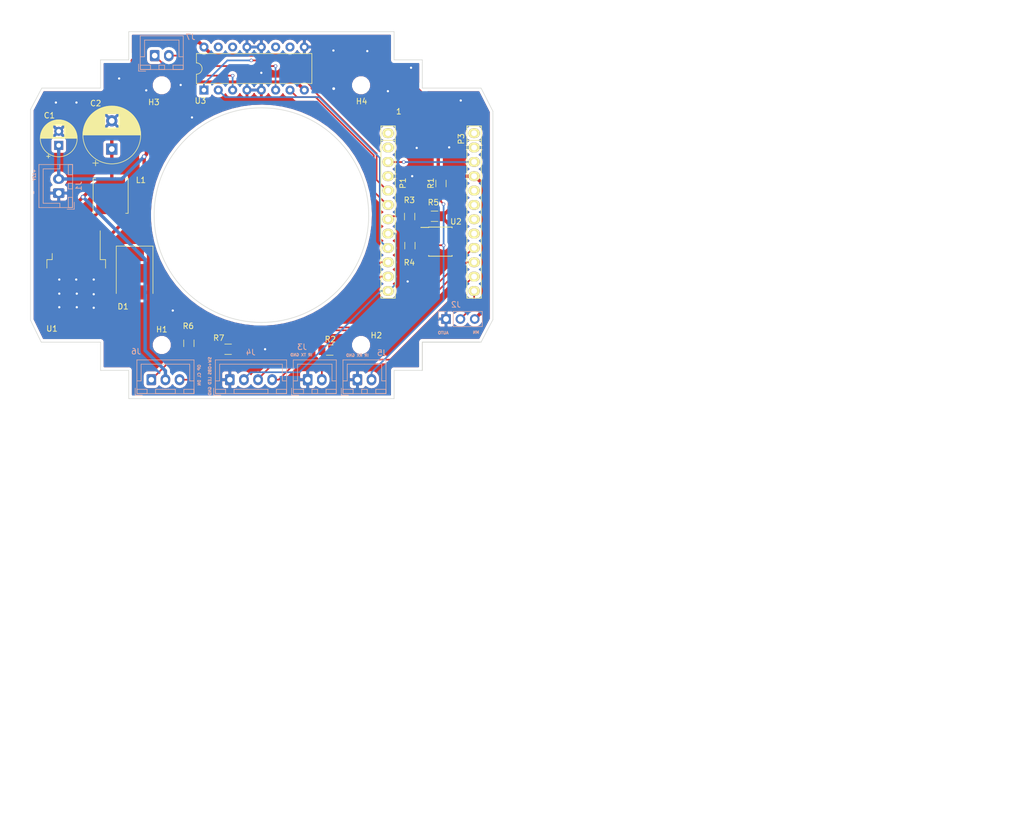
<source format=kicad_pcb>
(kicad_pcb (version 20171130) (host pcbnew 5.0.2-bee76a0~70~ubuntu18.04.1)
  (title_block (date "jeu. 02 avril 2015"))
  (layers (0 F.Cu signal) (31 B.Cu signal) (34 B.Paste user) (35 F.Paste user) (36 B.SilkS user) (37 F.SilkS user) (38 B.Mask user) (39 F.Mask user) (44 Edge.Cuts user))
  (net 0 "")
  (net 1 "/1(Tx)")
  (net 2 "/0(Rx)")
  (net 3 /Reset)
  (net 4 GND)
  (net 5 /2)
  (net 6 /4)
  (net 7 /7)
  (net 8 /8)
  (net 9 +5V)
  (net 10 +12V)
  (net 11 "Net-(D1-Pad1)")
  (net 12 "Net-(J3-Pad2)")
  (net 13 /13)
  (net 14 "Net-(J5-Pad2)")
  (net 15 /6)
  (net 16 /3)
  (net 17 "Net-(J7-Pad2)")
  (net 18 "Net-(J7-Pad1)")
  (net 19 /10)
  (net 20 /11)
  (net 21 /12)
  (net 22 "Net-(R3-Pad2)")
  (net 23 /5)
  (module Connector_JST:JST_XH_B02B-XH-A_1x02_P2.50mm_Vertical (layer B.Cu) (at 120 37.15)
    (fp_text reference J7 (at 6.35 -3.3) (layer B.SilkS) (effects (justify mirror)))
    (fp_text value JST_XH_2pin)
    (pad 1 thru_hole roundrect (at 0 0) (size 1.7 2) (drill 1) (layers *.Cu *.Mask) (roundrect_rratio 0.147059) (net 18 "Net-(J7-Pad1)"))
    (pad 2 thru_hole oval (at 2.5 0) (size 1.7 2) (drill 1) (layers *.Cu *.Mask) (net 17 "Net-(J7-Pad2)"))
  )
  (module Connector_JST:JST_XH_B02B-XH-A_1x02_P2.50mm_Vertical (layer B.Cu) (at 103 61.5 90)
    (fp_text reference J1 (at 1.25 3.55 90) (layer B.SilkS) (effects (justify mirror)))
    (fp_text value JST_XH_2pin)
    (pad 1 thru_hole roundrect (at 0 0 90) (size 1.7 2) (drill 1) (layers *.Cu *.Mask) (roundrect_rratio 0.147059) (net 4 GND))
    (pad 2 thru_hole oval (at 2.5 0 90) (size 1.7 2) (drill 1) (layers *.Cu *.Mask) (net 10 +12V))
  )
  (module Connector_JST:JST_XH_B02B-XH-A_1x02_P2.50mm_Vertical (layer B.Cu) (at 155.9 94.55)
    (fp_text reference J5 (at 4.35 -4.75) (layer B.SilkS) (effects (justify mirror)))
    (fp_text value JST_XH_2pin)
    (pad 2 thru_hole oval (at 2.5 0) (size 1.7 2) (drill 1) (layers *.Cu *.Mask) (net 14 "Net-(J5-Pad2)"))
    (pad 1 thru_hole roundrect (at 0 0) (size 1.7 2) (drill 1) (layers *.Cu *.Mask) (roundrect_rratio 0.147059) (net 4 GND))
  )
  (module Connector_JST:JST_XH_B02B-XH-A_1x02_P2.50mm_Vertical (layer B.Cu) (at 147.1 94.55)
    (fp_text reference J3 (at -1 -5.8) (layer B.SilkS) (effects (justify mirror)))
    (fp_text value JST_XH_2pin)
    (pad 2 thru_hole oval (at 2.5 0) (size 1.7 2) (drill 1) (layers *.Cu *.Mask) (net 12 "Net-(J3-Pad2)"))
    (pad 1 thru_hole roundrect (at 0 0) (size 1.7 2) (drill 1) (layers *.Cu *.Mask) (roundrect_rratio 0.147059) (net 4 GND))
  )
  (module Connector_JST:JST_XH_B04B-XH-A_1x04_P2.50mm_Vertical (layer B.Cu) (at 133.3 94.55)
    (fp_text reference J4 (at 3.7 -4.85) (layer B.SilkS) (effects (justify mirror)))
    (fp_text value JST_XH_4pin)
    (pad 4 thru_hole oval (at 7.5 0) (size 1.7 1.95) (drill 0.95) (layers *.Cu *.Mask) (net 21 /12))
    (pad 3 thru_hole oval (at 5 0) (size 1.7 1.95) (drill 0.95) (layers *.Cu *.Mask) (net 13 /13))
    (pad 2 thru_hole oval (at 2.5 0) (size 1.7 1.95) (drill 0.95) (layers *.Cu *.Mask) (net 23 /5))
    (pad 1 thru_hole roundrect (at 0 0) (size 1.7 1.95) (drill 0.95) (layers *.Cu *.Mask) (roundrect_rratio 0.147059) (net 4 GND))
  )
  (module Package_DIP:DIP-16_W7.62mm (layer F.Cu) (at 128.72 43.25 90)
    (fp_text reference U3 (at -1.9 -0.62 180) (layer F.SilkS))
    (fp_text value L293D)
    (pad 1 thru_hole rect (at 0 0 90) (size 1.6 1.6) (drill 0.8) (layers *.Cu *.Mask) (net 5 /2))
    (pad 9 thru_hole oval (at 7.62 17.78 90) (size 1.6 1.6) (drill 0.8) (layers *.Cu *.Mask) (net 4 GND))
    (pad 2 thru_hole oval (at 0 2.54 90) (size 1.6 1.6) (drill 0.8) (layers *.Cu *.Mask) (net 15 /6))
    (pad 10 thru_hole oval (at 7.62 15.24 90) (size 1.6 1.6) (drill 0.8) (layers *.Cu *.Mask))
    (pad 3 thru_hole oval (at 0 5.08 90) (size 1.6 1.6) (drill 0.8) (layers *.Cu *.Mask) (net 18 "Net-(J7-Pad1)"))
    (pad 11 thru_hole oval (at 7.62 12.7 90) (size 1.6 1.6) (drill 0.8) (layers *.Cu *.Mask))
    (pad 4 thru_hole oval (at 0 7.62 90) (size 1.6 1.6) (drill 0.8) (layers *.Cu *.Mask) (net 4 GND))
    (pad 12 thru_hole oval (at 7.62 10.16 90) (size 1.6 1.6) (drill 0.8) (layers *.Cu *.Mask) (net 4 GND))
    (pad 5 thru_hole oval (at 0 10.16 90) (size 1.6 1.6) (drill 0.8) (layers *.Cu *.Mask) (net 4 GND))
    (pad 13 thru_hole oval (at 7.62 7.62 90) (size 1.6 1.6) (drill 0.8) (layers *.Cu *.Mask) (net 4 GND))
    (pad 6 thru_hole oval (at 0 12.7 90) (size 1.6 1.6) (drill 0.8) (layers *.Cu *.Mask) (net 17 "Net-(J7-Pad2)"))
    (pad 14 thru_hole oval (at 7.62 5.08 90) (size 1.6 1.6) (drill 0.8) (layers *.Cu *.Mask))
    (pad 7 thru_hole oval (at 0 15.24 90) (size 1.6 1.6) (drill 0.8) (layers *.Cu *.Mask) (net 16 /3))
    (pad 15 thru_hole oval (at 7.62 2.54 90) (size 1.6 1.6) (drill 0.8) (layers *.Cu *.Mask))
    (pad 8 thru_hole oval (at 0 17.78 90) (size 1.6 1.6) (drill 0.8) (layers *.Cu *.Mask) (net 10 +12V))
    (pad 16 thru_hole oval (at 7.62 0 90) (size 1.6 1.6) (drill 0.8) (layers *.Cu *.Mask) (net 9 +5V))
  )
  (module Socket_Arduino_Pro_Mini:Socket_Strip_Arduino_1x12 (layer F.Cu) (at 161.33 50.89 270)
    (fp_text reference P1 (at 8.86 -2.62 270) (layer F.SilkS))
    (fp_text value Female_Header_12pin)
    (pad 1 thru_hole oval (at 0 0 270) (size 1.7272 2.032) (drill 1.016) (layers *.Cu *.Mask F.SilkS) (net 1 "/1(Tx)"))
    (pad 2 thru_hole oval (at 2.54 0 270) (size 1.7272 2.032) (drill 1.016) (layers *.Cu *.Mask F.SilkS) (net 2 "/0(Rx)"))
    (pad 3 thru_hole oval (at 5.08 0 270) (size 1.7272 2.032) (drill 1.016) (layers *.Cu *.Mask F.SilkS) (net 3 /Reset))
    (pad 4 thru_hole oval (at 7.62 0 270) (size 1.7272 2.032) (drill 1.016) (layers *.Cu *.Mask F.SilkS) (net 4 GND))
    (pad 5 thru_hole oval (at 10.16 0 270) (size 1.7272 2.032) (drill 1.016) (layers *.Cu *.Mask F.SilkS) (net 5 /2))
    (pad 6 thru_hole oval (at 12.7 0 270) (size 1.7272 2.032) (drill 1.016) (layers *.Cu *.Mask F.SilkS) (net 16 /3))
    (pad 7 thru_hole oval (at 15.24 0 270) (size 1.7272 2.032) (drill 1.016) (layers *.Cu *.Mask F.SilkS) (net 6 /4))
    (pad 8 thru_hole oval (at 17.78 0 270) (size 1.7272 2.032) (drill 1.016) (layers *.Cu *.Mask F.SilkS) (net 23 /5))
    (pad 9 thru_hole oval (at 20.32 0 270) (size 1.7272 2.032) (drill 1.016) (layers *.Cu *.Mask F.SilkS) (net 15 /6))
    (pad 10 thru_hole oval (at 22.86 0 270) (size 1.7272 2.032) (drill 1.016) (layers *.Cu *.Mask F.SilkS) (net 7 /7))
    (pad 11 thru_hole oval (at 25.4 0 270) (size 1.7272 2.032) (drill 1.016) (layers *.Cu *.Mask F.SilkS) (net 8 /8))
    (pad 12 thru_hole oval (at 27.94 0 270) (size 1.7272 2.032) (drill 1.016) (layers *.Cu *.Mask F.SilkS) (net 23 /5))
  )
  (module Socket_Arduino_Pro_Mini:Socket_Strip_Arduino_1x12 (layer F.Cu) (at 176.57 50.89 270)
    (fp_text reference P3 (at 1.016 2.286 270) (layer F.SilkS))
    (fp_text value Female_Header_12pin)
    (pad 1 thru_hole oval (at 0 0 270) (size 1.7272 2.032) (drill 1.016) (layers *.Cu *.Mask F.SilkS))
    (pad 2 thru_hole oval (at 2.54 0 270) (size 1.7272 2.032) (drill 1.016) (layers *.Cu *.Mask F.SilkS) (net 4 GND))
    (pad 3 thru_hole oval (at 5.08 0 270) (size 1.7272 2.032) (drill 1.016) (layers *.Cu *.Mask F.SilkS) (net 3 /Reset))
    (pad 4 thru_hole oval (at 7.62 0 270) (size 1.7272 2.032) (drill 1.016) (layers *.Cu *.Mask F.SilkS) (net 9 +5V))
    (pad 5 thru_hole oval (at 10.16 0 270) (size 1.7272 2.032) (drill 1.016) (layers *.Cu *.Mask F.SilkS))
    (pad 6 thru_hole oval (at 12.7 0 270) (size 1.7272 2.032) (drill 1.016) (layers *.Cu *.Mask F.SilkS))
    (pad 7 thru_hole oval (at 15.24 0 270) (size 1.7272 2.032) (drill 1.016) (layers *.Cu *.Mask F.SilkS))
    (pad 8 thru_hole oval (at 17.78 0 270) (size 1.7272 2.032) (drill 1.016) (layers *.Cu *.Mask F.SilkS))
    (pad 9 thru_hole oval (at 20.32 0 270) (size 1.7272 2.032) (drill 1.016) (layers *.Cu *.Mask F.SilkS) (net 13 /13))
    (pad 10 thru_hole oval (at 22.86 0 270) (size 1.7272 2.032) (drill 1.016) (layers *.Cu *.Mask F.SilkS) (net 21 /12))
    (pad 11 thru_hole oval (at 25.4 0 270) (size 1.7272 2.032) (drill 1.016) (layers *.Cu *.Mask F.SilkS) (net 20 /11))
    (pad 12 thru_hole oval (at 27.94 0 270) (size 1.7272 2.032) (drill 1.016) (layers *.Cu *.Mask F.SilkS) (net 19 /10))
  )
  (module Package_SO:SOIC-8_3.9x4.9mm_P1.27mm (layer F.Cu) (at 170.6 70.1)
    (fp_text reference U2 (at 2.75 -3.55) (layer F.SilkS))
    (fp_text value LM393)
    (pad 1 smd rect (at -2.7 -1.905) (size 1.55 0.6) (layers F.Cu F.Paste F.Mask) (net 6 /4))
    (pad 2 smd rect (at -2.7 -0.635) (size 1.55 0.6) (layers F.Cu F.Paste F.Mask) (net 22 "Net-(R3-Pad2)"))
    (pad 3 smd rect (at -2.7 0.635) (size 1.55 0.6) (layers F.Cu F.Paste F.Mask) (net 14 "Net-(J5-Pad2)"))
    (pad 4 smd rect (at -2.7 1.905) (size 1.55 0.6) (layers F.Cu F.Paste F.Mask) (net 4 GND))
    (pad 5 smd rect (at 2.7 1.905) (size 1.55 0.6) (layers F.Cu F.Paste F.Mask) (net 4 GND))
    (pad 6 smd rect (at 2.7 0.635) (size 1.55 0.6) (layers F.Cu F.Paste F.Mask) (net 4 GND))
    (pad 7 smd rect (at 2.7 -0.635) (size 1.55 0.6) (layers F.Cu F.Paste F.Mask))
    (pad 8 smd rect (at 2.7 -1.905) (size 1.55 0.6) (layers F.Cu F.Paste F.Mask) (net 9 +5V))
  )
  (module Package_TO_SOT_SMD:TO-263-5_TabPin3 (layer F.Cu) (at 106.1 76.235 270)
    (fp_text reference U1 (at 9.275 4.3) (layer F.SilkS))
    (fp_text value LM2576R-5.0)
    (pad 1 smd rect (at -5.775 -3.4 270) (size 4.6 1.1) (layers F.Cu F.Paste F.Mask) (net 10 +12V))
    (pad 2 smd rect (at -5.775 -1.7 270) (size 4.6 1.1) (layers F.Cu F.Paste F.Mask) (net 11 "Net-(D1-Pad1)"))
    (pad 3 smd rect (at -5.775 0 270) (size 4.6 1.1) (layers F.Cu F.Paste F.Mask) (net 4 GND))
    (pad 4 smd rect (at -5.775 1.7 270) (size 4.6 1.1) (layers F.Cu F.Paste F.Mask) (net 9 +5V))
    (pad 5 smd rect (at -5.775 3.4 270) (size 4.6 1.1) (layers F.Cu F.Paste F.Mask) (net 4 GND))
    (pad 3 smd rect (at 3.375 0 270) (size 9.4 10.8) (layers F.Cu F.Mask) (net 4 GND))
  )
  (module Connector_PinHeader_2.54mm:PinHeader_1x03_P2.54mm_Vertical (layer B.Cu) (at 171.6 83.8 270)
    (fp_text reference J2 (at -2.55 -1.75 180) (layer B.SilkS) (effects (justify mirror)))
    (fp_text value Header_3pin_Male)
    (pad 1 thru_hole rect (at 0 0 270) (size 1.7 1.7) (drill 1) (layers *.Cu *.Mask) (net 4 GND))
    (pad 2 thru_hole oval (at 0 -2.54 270) (size 1.7 1.7) (drill 1) (layers *.Cu *.Mask) (net 19 /10))
    (pad 3 thru_hole oval (at 0 -5.08 270) (size 1.7 1.7) (drill 1) (layers *.Cu *.Mask) (net 9 +5V))
  )
  (module Inductor_SMD:L_Bourns_SRN6045TA (layer F.Cu) (at 112.2 61.975 90)
    (fp_text reference L1 (at 2.775 5.35 180) (layer F.SilkS))
    (fp_text value SRN6045-101M)
    (pad 1 smd rect (at -2.075 0 90) (size 2.35 5.1) (layers F.Cu F.Paste F.Mask) (net 11 "Net-(D1-Pad1)"))
    (pad 2 smd rect (at 2.075 0 90) (size 2.35 5.1) (layers F.Cu F.Paste F.Mask) (net 9 +5V))
  )
  (module Resistor_SMD:R_1206_3216Metric (layer F.Cu) (at 170.7 59.8 270)
    (fp_text reference R1 (at -0.05 1.8 270) (layer F.SilkS))
    (fp_text value 60K)
    (pad 1 smd roundrect (at -1.4 0 270) (size 1.25 1.75) (layers F.Cu F.Paste F.Mask) (roundrect_rratio 0.2) (net 9 +5V))
    (pad 2 smd roundrect (at 1.4 0 270) (size 1.25 1.75) (layers F.Cu F.Paste F.Mask) (roundrect_rratio 0.2) (net 14 "Net-(J5-Pad2)"))
  )
  (module Resistor_SMD:R_1206_3216Metric (layer F.Cu) (at 151 89.3 180)
    (fp_text reference R2 (at -0.1 1.9 180) (layer F.SilkS))
    (fp_text value 150R)
    (pad 2 smd roundrect (at 1.4 0 180) (size 1.25 1.75) (layers F.Cu F.Paste F.Mask) (roundrect_rratio 0.2) (net 12 "Net-(J3-Pad2)"))
    (pad 1 smd roundrect (at -1.4 0 180) (size 1.25 1.75) (layers F.Cu F.Paste F.Mask) (roundrect_rratio 0.2) (net 20 /11))
  )
  (module Resistor_SMD:R_1206_3216Metric (layer F.Cu) (at 165.15 65.65 270)
    (fp_text reference R3 (at -2.9 0.05) (layer F.SilkS))
    (fp_text value 100K)
    (pad 2 smd roundrect (at 1.4 0 270) (size 1.25 1.75) (layers F.Cu F.Paste F.Mask) (roundrect_rratio 0.2) (net 22 "Net-(R3-Pad2)"))
    (pad 1 smd roundrect (at -1.4 0 270) (size 1.25 1.75) (layers F.Cu F.Paste F.Mask) (roundrect_rratio 0.2) (net 9 +5V))
  )
  (module Resistor_SMD:R_1206_3216Metric (layer F.Cu) (at 165.2 70.8 270)
    (fp_text reference R4 (at 3 0.1) (layer F.SilkS))
    (fp_text value 100K)
    (pad 1 smd roundrect (at -1.4 0 270) (size 1.25 1.75) (layers F.Cu F.Paste F.Mask) (roundrect_rratio 0.2) (net 22 "Net-(R3-Pad2)"))
    (pad 2 smd roundrect (at 1.4 0 270) (size 1.25 1.75) (layers F.Cu F.Paste F.Mask) (roundrect_rratio 0.2) (net 4 GND))
  )
  (module Resistor_SMD:R_1206_3216Metric (layer F.Cu) (at 126.05 88.1 90)
    (fp_text reference R6 (at 3.05 -0.1 180) (layer F.SilkS))
    (fp_text value 100K)
    (pad 2 smd roundrect (at 1.4 0 90) (size 1.25 1.75) (layers F.Cu F.Paste F.Mask) (roundrect_rratio 0.2) (net 4 GND))
    (pad 1 smd roundrect (at -1.4 0 90) (size 1.25 1.75) (layers F.Cu F.Paste F.Mask) (roundrect_rratio 0.2) (net 7 /7))
  )
  (module Resistor_SMD:R_1206_3216Metric (layer F.Cu) (at 133 89.15)
    (fp_text reference R7 (at -1.65 -2) (layer F.SilkS))
    (fp_text value 100K)
    (pad 1 smd roundrect (at -1.4 0) (size 1.25 1.75) (layers F.Cu F.Paste F.Mask) (roundrect_rratio 0.2) (net 8 /8))
    (pad 2 smd roundrect (at 1.4 0) (size 1.25 1.75) (layers F.Cu F.Paste F.Mask) (roundrect_rratio 0.2) (net 4 GND))
  )
  (module Capacitor_THT:CP_Radial_D6.3mm_P2.50mm (layer F.Cu) (at 103 53.05 90)
    (fp_text reference C1 (at 5.3 -1.65 180) (layer F.SilkS))
    (fp_text value 100uF,25V)
    (pad 1 thru_hole rect (at 0 0 90) (size 1.6 1.6) (drill 0.8) (layers *.Cu *.Mask) (net 10 +12V))
    (pad 2 thru_hole circle (at 2.5 0 90) (size 1.6 1.6) (drill 0.8) (layers *.Cu *.Mask) (net 4 GND))
  )
  (module Capacitor_THT:CP_Radial_D10.0mm_P5.00mm (layer F.Cu) (at 112.4 53.7 90)
    (fp_text reference C2 (at 8.1 -2.85 180) (layer F.SilkS))
    (fp_text value 1000uF,16V)
    (pad 1 thru_hole rect (at 0 0 90) (size 2 2) (drill 1) (layers *.Cu *.Mask) (net 9 +5V))
    (pad 2 thru_hole circle (at 5 0 90) (size 2 2) (drill 1) (layers *.Cu *.Mask) (net 4 GND))
  )
  (module Diode_SMD:D_SMC (layer F.Cu) (at 116.44 75.69 270)
    (fp_text reference D1 (at 5.9 2.05) (layer F.SilkS))
    (fp_text value SS34)
    (pad 1 smd rect (at -3.4 0) (size 3.3 2.5) (layers F.Cu F.Paste F.Mask) (net 11 "Net-(D1-Pad1)"))
    (pad 2 smd rect (at 3.4 0) (size 3.3 2.5) (layers F.Cu F.Paste F.Mask) (net 4 GND))
  )
  (module Connector_JST:JST_XH_B03B-XH-A_1x03_P2.50mm_Vertical (layer B.Cu) (at 119.4 94.55)
    (fp_text reference J6 (at -2.7 -5) (layer B.SilkS) (effects (justify mirror)))
    (fp_text value JST_XH_3pin)
    (pad 1 thru_hole roundrect (at 0 0) (size 1.7 1.95) (drill 0.95) (layers *.Cu *.Mask) (roundrect_rratio 0.147059) (net 7 /7))
    (pad 2 thru_hole oval (at 2.5 0) (size 1.7 1.95) (drill 0.95) (layers *.Cu *.Mask) (net 9 +5V))
    (pad 3 thru_hole oval (at 5 0) (size 1.7 1.95) (drill 0.95) (layers *.Cu *.Mask) (net 8 /8))
  )
  (module Resistor_SMD:R_1206_3216Metric (layer F.Cu) (at 169.55 65.6 180)
    (fp_text reference R5 (at 0.2 2.45 180) (layer F.SilkS))
    (fp_text value 10K)
    (pad 1 smd roundrect (at -1.4 0 180) (size 1.25 1.75) (layers F.Cu F.Paste F.Mask) (roundrect_rratio 0.2) (net 9 +5V))
    (pad 2 smd roundrect (at 1.4 0 180) (size 1.25 1.75) (layers F.Cu F.Paste F.Mask) (roundrect_rratio 0.2) (net 6 /4))
  )
  (module MountingHole:MountingHole_2.2mm_M2_ISO7380 (layer F.Cu) (at 121.25 88.4)
    (fp_text reference H1 (at 0 -2.75) (layer F.SilkS))
    (fp_text value MountingHole)
    (pad 1 np_thru_hole circle (at 0 0) (size 2.2 2.2) (drill 2.2) (layers *.Cu *.Mask))
  )
  (module MountingHole:MountingHole_2.2mm_M2_ISO7380 (layer F.Cu) (at 156.55 88.4)
    (fp_text reference H2 (at 2.7 -1.7) (layer F.SilkS))
    (fp_text value MountingHole)
    (pad 1 np_thru_hole circle (at 0 0) (size 2.2 2.2) (drill 2.2) (layers *.Cu *.Mask))
  )
  (module MountingHole:MountingHole_2.2mm_M2_ISO7380 (layer F.Cu) (at 121.25 42.4)
    (fp_text reference H3 (at -1.4 3) (layer F.SilkS))
    (fp_text value MountingHole)
    (pad 1 np_thru_hole circle (at 0 0) (size 2.2 2.2) (drill 2.2) (layers *.Cu *.Mask))
  )
  (module MountingHole:MountingHole_2.2mm_M2_ISO7380 (layer F.Cu) (at 156.55 42.4)
    (fp_text reference H4 (at 0.1 2.85) (layer F.SilkS))
    (fp_text value MountingHole)
    (pad 1 np_thru_hole circle (at 0 0) (size 2.2 2.2) (drill 2.2) (layers *.Cu *.Mask))
  )
  (gr_text AUTO (at 171.1 86.24) (layer B.SilkS) (effects (font (size 0.5 0.5) (thickness 0.125)) (justify mirror)))
  (gr_text MN (at 176.9 86.16) (layer B.SilkS) (effects (font (size 0.5 0.5) (thickness 0.125)) (justify mirror)))
  (gr_text "IR RX GND" (at 155.9 90.23) (layer B.SilkS) (effects (font (size 0.5 0.5) (thickness 0.125)) (justify mirror)))
  (gr_text "IR TX GND" (at 145.97 90.15) (layer B.SilkS) (effects (font (size 0.5 0.5) (thickness 0.125)) (justify mirror)))
  (gr_text "SW+OBS LED GND" (at 129.76 93.91 90) (layer B.SilkS) (effects (font (size 0.5 0.5) (thickness 0.125)) (justify mirror)))
  (gr_text "OP CL DN" (at 127.88 93.74 90) (layer B.SilkS) (effects (font (size 0.5 0.5) (thickness 0.125)) (justify mirror)))
  (gr_text - (at 98.55 61.4 90) (layer B.SilkS) (effects (font (size 0.5 0.5) (thickness 0.125)) (justify mirror)))
  (gr_text +12V (at 98.67 58.28 90) (layer B.SilkS) (effects (font (size 0.5 0.5) (thickness 0.125)) (justify mirror)))
  (gr_line (start 179.9 83.9) (end 177.8 87.9) (layer Edge.Cuts) (width 0.1))
  (gr_line (start 98 84) (end 99.9 87.9) (layer Edge.Cuts) (width 0.1))
  (gr_line (start 100 42.9) (end 98 46.7) (layer Edge.Cuts) (width 0.1))
  (gr_line (start 177.8 42.9) (end 179.9 47) (layer Edge.Cuts) (width 0.1))
  (gr_line (start 115.4 92.9) (end 115.4 97.9) (layer Edge.Cuts) (width 0.1))
  (gr_line (start 110.4 92.9) (end 115.4 92.9) (layer Edge.Cuts) (width 0.1))
  (gr_line (start 110.4 87.9) (end 110.4 92.9) (layer Edge.Cuts) (width 0.1))
  (gr_line (start 99.9 87.9) (end 110.4 87.9) (layer Edge.Cuts) (width 0.1))
  (gr_line (start 162.4 97.9) (end 115.4 97.9) (layer Edge.Cuts) (width 0.1))
  (gr_line (start 162.4 92.9) (end 162.4 97.9) (layer Edge.Cuts) (width 0.1))
  (gr_line (start 167.4 92.9) (end 162.4 92.9) (layer Edge.Cuts) (width 0.1))
  (gr_line (start 167.4 87.9) (end 167.4 92.9) (layer Edge.Cuts) (width 0.15))
  (gr_line (start 167.4 87.9) (end 177.8 87.9) (layer Edge.Cuts) (width 0.15))
  (gr_line (start 167.4 42.9) (end 177.8 42.9) (layer Edge.Cuts) (width 0.1))
  (gr_line (start 167.4 42.6) (end 167.4 42.9) (layer Edge.Cuts) (width 0.1))
  (gr_line (start 167.4 41.8) (end 167.4 42.6) (layer Edge.Cuts) (width 0.1))
  (gr_line (start 167.4 37.9) (end 167.4 41.8) (layer Edge.Cuts) (width 0.1))
  (gr_line (start 110.4 42.9) (end 100 42.9) (layer Edge.Cuts) (width 0.1))
  (gr_line (start 110.4 37.9) (end 110.4 42.9) (layer Edge.Cuts) (width 0.1))
  (gr_line (start 179.9 83.9) (end 179.9 47) (layer Edge.Cuts) (width 0.1))
  (gr_line (start 98 84) (end 98 46.7) (layer Edge.Cuts) (width 0.1))
  (gr_line (start 162.4 37.9) (end 167.4 37.9) (layer Edge.Cuts) (width 0.1))
  (gr_line (start 162.4 32.9) (end 162.4 37.9) (layer Edge.Cuts) (width 0.1))
  (gr_line (start 115.4 32.9) (end 162.4 32.9) (layer Edge.Cuts) (width 0.1))
  (gr_line (start 115.4 33) (end 115.4 32.9) (layer Edge.Cuts) (width 0.1))
  (gr_line (start 115.4 37.9) (end 115.4 33) (layer Edge.Cuts) (width 0.1))
  (gr_line (start 110.4 37.9) (end 115.4 37.9) (layer Edge.Cuts) (width 0.1))
  (gr_circle (center 138.9 65.4) (end 157.9 65.5) (layer Edge.Cuts) (width 0.1))
  (gr_text 1 (at 163.232 47.047) (layer F.SilkS) (effects (font (size 1 1))))
  (segment (start 175.254 55.97) (end 175.224 56) (width 0.3) (layer B.Cu) (net 3))
  (segment (start 176.57 55.97) (end 175.254 55.97) (width 0.3) (layer B.Cu) (net 3))
  (via (at 164.1 56) (size 0.6) (drill 0.4) (layers F.Cu B.Cu) (net 3))
  (segment (start 175.224 56) (end 164.1 56) (width 0.3) (layer B.Cu) (net 3))
  (segment (start 161.36 56) (end 161.33 55.97) (width 0.3) (layer F.Cu) (net 3))
  (segment (start 164.1 56) (end 161.36 56) (width 0.3) (layer F.Cu) (net 3))
  (via (at 109.2 81.81) (size 0.6) (drill 0.4) (layers F.Cu B.Cu) (net 4))
  (via (at 106.2 81.71) (size 0.6) (drill 0.4) (layers F.Cu B.Cu) (net 4))
  (via (at 103.1 81.71) (size 0.6) (drill 0.4) (layers F.Cu B.Cu) (net 4))
  (via (at 109.2 79.41) (size 0.6) (drill 0.4) (layers F.Cu B.Cu) (net 4))
  (via (at 106.2 79.31) (size 0.6) (drill 0.4) (layers F.Cu B.Cu) (net 4))
  (via (at 103.1 79.31) (size 0.6) (drill 0.4) (layers F.Cu B.Cu) (net 4))
  (via (at 109.2 76.81) (size 0.6) (drill 0.4) (layers F.Cu B.Cu) (net 4))
  (via (at 106.1 76.81) (size 0.6) (drill 0.4) (layers F.Cu B.Cu) (net 4))
  (via (at 103.1 76.81) (size 0.6) (drill 0.4) (layers F.Cu B.Cu) (net 4))
  (via (at 126.6 48.1) (size 0.6) (drill 0.4) (layers F.Cu B.Cu) (net 4))
  (via (at 118.5 43.3) (size 0.6) (drill 0.4) (layers F.Cu B.Cu) (net 4))
  (via (at 151.65 36.25) (size 0.6) (drill 0.4) (layers F.Cu B.Cu) (net 4))
  (via (at 161.3 43.45) (size 0.6) (drill 0.4) (layers F.Cu B.Cu) (net 4))
  (via (at 157.65 36.35) (size 0.6) (drill 0.4) (layers F.Cu B.Cu) (net 4))
  (via (at 151.7 43) (size 0.8) (drill 0.5) (layers F.Cu B.Cu) (net 4))
  (via (at 165.6 58.5) (size 0.6) (drill 0.4) (layers F.Cu B.Cu) (net 4))
  (via (at 139.55 89.15) (size 0.6) (drill 0.4) (layers F.Cu B.Cu) (net 4))
  (via (at 123.2 82.3) (size 0.6) (drill 0.4) (layers F.Cu B.Cu) (net 4))
  (via (at 166.4 53.5) (size 0.6) (drill 0.4) (layers F.Cu B.Cu) (net 4))
  (via (at 164.8 77.15) (size 0.6) (drill 0.4) (layers F.Cu B.Cu) (net 4))
  (via (at 113.7 41.2) (size 0.6) (drill 0.4) (layers F.Cu B.Cu) (net 4))
  (via (at 165.4 39.3) (size 0.6) (drill 0.4) (layers F.Cu B.Cu) (net 4))
  (segment (start 138.88 40.2) (end 138.88 35.63) (width 0.6) (layer B.Cu) (net 4))
  (via (at 138.88 40.2) (size 0.6) (drill 0.4) (layers F.Cu B.Cu) (net 4))
  (via (at 124.6 42.35) (size 0.6) (drill 0.4) (layers F.Cu B.Cu) (net 4))
  (via (at 174.2 45.1) (size 0.6) (drill 0.4) (layers F.Cu B.Cu) (net 4))
  (via (at 172.15 53.4) (size 0.6) (drill 0.4) (layers F.Cu B.Cu) (net 4))
  (segment (start 138.88 43.25) (end 138.88 40.2) (width 0.6) (layer B.Cu) (net 4))
  (segment (start 103 70.16) (end 102.7 70.46) (width 0.6) (layer F.Cu) (net 4))
  (via (at 106.14 45.46) (size 0.6) (drill 0.4) (layers F.Cu B.Cu) (net 4))
  (via (at 102.5 45.46) (size 0.6) (drill 0.4) (layers F.Cu B.Cu) (net 4))
  (via (at 137.1 38) (size 0.6) (drill 0.4) (layers F.Cu B.Cu) (net 5))
  (segment (start 136.675736 38) (end 137.1 38) (width 0.3) (layer B.Cu) (net 5))
  (segment (start 128.72 43.25) (end 128.72 42.15) (width 0.3) (layer B.Cu) (net 5))
  (segment (start 132.87 38) (end 136.675736 38) (width 0.3) (layer B.Cu) (net 5))
  (segment (start 128.72 42.15) (end 132.87 38) (width 0.3) (layer B.Cu) (net 5))
  (segment (start 161.33 61.05) (end 161.1776 61.05) (width 0.3) (layer F.Cu) (net 5))
  (segment (start 161.1776 61.05) (end 159.3 59.1724) (width 0.3) (layer F.Cu) (net 5))
  (segment (start 147.775012 42.975012) (end 159.3 54.5) (width 0.3) (layer F.Cu) (net 5))
  (segment (start 147.775012 42.67501) (end 147.775012 42.975012) (width 0.3) (layer F.Cu) (net 5))
  (segment (start 143.100002 38) (end 147.775012 42.67501) (width 0.3) (layer F.Cu) (net 5))
  (segment (start 137.1 38) (end 143.100002 38) (width 0.3) (layer F.Cu) (net 5))
  (segment (start 159.3 59.1724) (end 159.3 54.5) (width 0.3) (layer F.Cu) (net 5))
  (segment (start 161.4824 66.13) (end 161.33 66.13) (width 0.3) (layer B.Cu) (net 6))
  (segment (start 161.86 65.6) (end 161.33 66.13) (width 0.3) (layer F.Cu) (net 6))
  (segment (start 168.15 65.6) (end 161.86 65.6) (width 0.3) (layer F.Cu) (net 6))
  (segment (start 168.15 67.945) (end 167.9 68.195) (width 0.3) (layer F.Cu) (net 6))
  (segment (start 168.15 65.6) (end 168.15 67.945) (width 0.3) (layer F.Cu) (net 6))
  (segment (start 119.5 94.45) (end 119.4 94.55) (width 0.3) (layer F.Cu) (net 7))
  (segment (start 124.45 89.5) (end 119.4 94.55) (width 0.3) (layer F.Cu) (net 7))
  (segment (start 126.05 89.5) (end 124.45 89.5) (width 0.3) (layer F.Cu) (net 7))
  (segment (start 126.74571 88.80429) (end 126.05 89.5) (width 0.3) (layer F.Cu) (net 7))
  (segment (start 127.72501 87.82499) (end 126.74571 88.80429) (width 0.3) (layer F.Cu) (net 7))
  (segment (start 146.84291 84.29997) (end 143.31789 87.82499) (width 0.3) (layer F.Cu) (net 7))
  (segment (start 149.46403 84.29997) (end 146.84291 84.29997) (width 0.3) (layer F.Cu) (net 7))
  (segment (start 160.014 73.75) (end 149.46403 84.29997) (width 0.3) (layer F.Cu) (net 7))
  (segment (start 143.31789 87.82499) (end 127.72501 87.82499) (width 0.3) (layer F.Cu) (net 7))
  (segment (start 161.33 73.75) (end 160.014 73.75) (width 0.3) (layer F.Cu) (net 7))
  (segment (start 161.1776 76.29) (end 161.33 76.29) (width 0.3) (layer F.Cu) (net 8))
  (segment (start 161.33 76.29) (end 161.4824 76.29) (width 0.3) (layer F.Cu) (net 8))
  (segment (start 126.2 94.55) (end 131.6 89.15) (width 0.3) (layer F.Cu) (net 8))
  (segment (start 124.4 94.55) (end 126.2 94.55) (width 0.3) (layer F.Cu) (net 8))
  (segment (start 161.33 76.29) (end 160.014 76.29) (width 0.3) (layer F.Cu) (net 8))
  (segment (start 151.50402 84.79998) (end 147.05002 84.79998) (width 0.3) (layer F.Cu) (net 8))
  (segment (start 160.014 76.29) (end 151.50402 84.79998) (width 0.3) (layer F.Cu) (net 8))
  (segment (start 132.92501 90.47501) (end 132.29571 89.84571) (width 0.3) (layer F.Cu) (net 8))
  (segment (start 132.29571 89.84571) (end 131.6 89.15) (width 0.3) (layer F.Cu) (net 8))
  (segment (start 141.37499 90.47501) (end 132.92501 90.47501) (width 0.3) (layer F.Cu) (net 8))
  (segment (start 147.05002 84.79998) (end 141.37499 90.47501) (width 0.3) (layer F.Cu) (net 8))
  (segment (start 104.4 72.420002) (end 104.4 70.46) (width 0.5) (layer F.Cu) (net 9))
  (segment (start 104.4 68.499998) (end 104.4 70.46) (width 0.5) (layer F.Cu) (net 9))
  (segment (start 112.2 59.9) (end 110.825 59.9) (width 0.6) (layer F.Cu) (net 9))
  (segment (start 113.575 59.9) (end 112.2 59.9) (width 0.6) (layer F.Cu) (net 9))
  (via (at 107.3 62.2) (size 0.8) (drill 0.5) (layers F.Cu B.Cu) (net 9))
  (segment (start 112.2 59.9) (end 109.6 59.9) (width 0.6) (layer F.Cu) (net 9))
  (segment (start 109.6 59.9) (end 107.3 62.2) (width 0.6) (layer F.Cu) (net 9))
  (segment (start 170.22 47.735) (end 170.22 48.35) (width 0.6) (layer F.Cu) (net 9))
  (segment (start 174.734999 58.290999) (end 174.954 58.51) (width 0.6) (layer F.Cu) (net 9))
  (segment (start 170.22 48.35) (end 170.22 48.5024) (width 0.6) (layer F.Cu) (net 9))
  (segment (start 170.22 57.32) (end 171.3 58.4) (width 0.6) (layer F.Cu) (net 9))
  (segment (start 170.22 48.35) (end 170.22 57.32) (width 0.6) (layer F.Cu) (net 9))
  (segment (start 174.954 58.51) (end 176.57 58.51) (width 0.6) (layer F.Cu) (net 9))
  (segment (start 174.14829 57.70429) (end 174.954 58.51) (width 0.6) (layer F.Cu) (net 9))
  (segment (start 171.39571 57.70429) (end 174.14829 57.70429) (width 0.6) (layer F.Cu) (net 9))
  (segment (start 170.7 58.4) (end 171.39571 57.70429) (width 0.6) (layer F.Cu) (net 9))
  (segment (start 176.57 58.51) (end 176.7224 58.51) (width 0.6) (layer F.Cu) (net 9))
  (segment (start 176.7224 58.51) (end 178.186 59.9736) (width 0.6) (layer F.Cu) (net 9))
  (segment (start 177.529999 82.950001) (end 176.68 83.8) (width 0.6) (layer F.Cu) (net 9))
  (segment (start 178.18601 82.29399) (end 177.529999 82.950001) (width 0.6) (layer F.Cu) (net 9))
  (segment (start 178.18601 73.143753) (end 178.18601 82.29399) (width 0.6) (layer F.Cu) (net 9))
  (segment (start 178.186 73.143743) (end 178.18601 73.143753) (width 0.6) (layer F.Cu) (net 9))
  (segment (start 178.186 59.9736) (end 178.186 73.143743) (width 0.6) (layer F.Cu) (net 9))
  (segment (start 112.4 59.7) (end 112.2 59.9) (width 0.6) (layer F.Cu) (net 9))
  (segment (start 112.4 52.1) (end 112.4 53.7) (width 0.6) (layer F.Cu) (net 9))
  (segment (start 114.02071 50.47929) (end 112.4 52.1) (width 0.6) (layer F.Cu) (net 9))
  (segment (start 114.02071 44.078667) (end 114.02071 50.47929) (width 0.6) (layer F.Cu) (net 9))
  (segment (start 112.4 53.7) (end 112.4 59.7) (width 0.6) (layer F.Cu) (net 9))
  (segment (start 118.3 89.375) (end 118.3 73.2) (width 0.6) (layer B.Cu) (net 9))
  (segment (start 121.9 92.975) (end 118.3 89.375) (width 0.6) (layer B.Cu) (net 9))
  (segment (start 121.9 94.55) (end 121.9 92.975) (width 0.6) (layer B.Cu) (net 9))
  (segment (start 107.3 62.2) (end 118.3 73.2) (width 0.6) (layer B.Cu) (net 9))
  (segment (start 119.219999 34.830001) (end 127.920001 34.830001) (width 0.6) (layer F.Cu) (net 9))
  (segment (start 127.920001 34.830001) (end 128.72 35.63) (width 0.6) (layer F.Cu) (net 9))
  (segment (start 116.05001 37.99999) (end 119.219999 34.830001) (width 0.6) (layer F.Cu) (net 9))
  (segment (start 116.05001 42.049367) (end 116.05001 37.99999) (width 0.6) (layer F.Cu) (net 9))
  (segment (start 114.02071 44.078667) (end 116.05001 42.049367) (width 0.6) (layer F.Cu) (net 9))
  (segment (start 170.22 46.734) (end 170.22 48.35) (width 0.6) (layer F.Cu) (net 9))
  (segment (start 162.676 39.19) (end 170.22 46.734) (width 0.6) (layer F.Cu) (net 9))
  (segment (start 145.350676 39.19) (end 162.676 39.19) (width 0.6) (layer F.Cu) (net 9))
  (segment (start 130.120001 37.030001) (end 143.190677 37.030001) (width 0.6) (layer F.Cu) (net 9))
  (segment (start 143.190677 37.030001) (end 145.350676 39.19) (width 0.6) (layer F.Cu) (net 9))
  (segment (start 128.72 35.63) (end 130.120001 37.030001) (width 0.6) (layer F.Cu) (net 9))
  (segment (start 171.64571 64.90429) (end 170.95 65.6) (width 0.6) (layer F.Cu) (net 9))
  (segment (start 172.200001 64.349999) (end 171.64571 64.90429) (width 0.6) (layer F.Cu) (net 9))
  (segment (start 172.200001 59.900001) (end 172.200001 64.349999) (width 0.6) (layer F.Cu) (net 9))
  (segment (start 170.7 58.4) (end 172.200001 59.900001) (width 0.6) (layer F.Cu) (net 9))
  (segment (start 169.47499 64.12499) (end 170.25429 64.90429) (width 0.6) (layer F.Cu) (net 9))
  (segment (start 166.25001 64.12499) (end 169.47499 64.12499) (width 0.6) (layer F.Cu) (net 9))
  (segment (start 170.25429 64.90429) (end 170.95 65.6) (width 0.6) (layer F.Cu) (net 9))
  (segment (start 166.125 64.25) (end 166.25001 64.12499) (width 0.6) (layer F.Cu) (net 9))
  (segment (start 165.15 64.25) (end 166.125 64.25) (width 0.6) (layer F.Cu) (net 9))
  (segment (start 170.95 65.845) (end 173.3 68.195) (width 0.6) (layer F.Cu) (net 9))
  (segment (start 170.95 65.6) (end 170.95 65.845) (width 0.6) (layer F.Cu) (net 9))
  (segment (start 104.4 65.1) (end 107.3 62.2) (width 0.6) (layer F.Cu) (net 9))
  (segment (start 104.4 70.46) (end 104.4 65.1) (width 0.6) (layer F.Cu) (net 9))
  (segment (start 146.5 43.25) (end 146.032002 43.25) (width 0.6) (layer F.Cu) (net 10))
  (segment (start 109.5 68.71) (end 109.5 70.46) (width 0.6) (layer F.Cu) (net 10))
  (segment (start 146.5 43.25) (end 145.099999 41.849999) (width 0.6) (layer F.Cu) (net 10))
  (segment (start 145.099999 41.849999) (end 127.439999 41.849999) (width 0.6) (layer F.Cu) (net 10))
  (segment (start 113 59) (end 103 59) (width 0.6) (layer B.Cu) (net 10))
  (segment (start 103 53.05) (end 103 59) (width 0.6) (layer B.Cu) (net 10))
  (via (at 118.13 55.04) (size 0.8) (drill 0.5) (layers F.Cu B.Cu) (net 10))
  (segment (start 113 59) (end 114.17 59) (width 0.6) (layer B.Cu) (net 10))
  (segment (start 114.17 59) (end 118.13 55.04) (width 0.6) (layer B.Cu) (net 10))
  (segment (start 118.529999 50.759999) (end 127.439999 41.849999) (width 0.6) (layer F.Cu) (net 10))
  (segment (start 118.529999 54.640001) (end 118.529999 50.759999) (width 0.6) (layer F.Cu) (net 10))
  (segment (start 118.13 55.04) (end 118.529999 54.640001) (width 0.6) (layer F.Cu) (net 10))
  (segment (start 118.13 55.605685) (end 118.13 55.04) (width 0.6) (layer F.Cu) (net 10))
  (segment (start 110.65 70.46) (end 118.13 62.98) (width 0.6) (layer F.Cu) (net 10))
  (segment (start 118.13 62.98) (end 118.13 55.605685) (width 0.6) (layer F.Cu) (net 10))
  (segment (start 109.5 70.46) (end 110.65 70.46) (width 0.6) (layer F.Cu) (net 10))
  (segment (start 115.369999 73.360001) (end 116.44 72.29) (width 0.6) (layer F.Cu) (net 11))
  (segment (start 107.800001 73.360001) (end 115.369999 73.360001) (width 0.6) (layer F.Cu) (net 11))
  (segment (start 107.8 70.46) (end 107.800001 73.360001) (width 0.6) (layer F.Cu) (net 11))
  (segment (start 107.8 67.56) (end 107.8 70.46) (width 0.6) (layer F.Cu) (net 11))
  (segment (start 107.8 67.075) (end 107.8 67.56) (width 0.6) (layer F.Cu) (net 11))
  (segment (start 110.825 64.05) (end 107.8 67.075) (width 0.6) (layer F.Cu) (net 11))
  (segment (start 112.2 64.05) (end 110.825 64.05) (width 0.6) (layer F.Cu) (net 11))
  (segment (start 149.6 90.275) (end 149.6 94.55) (width 0.3) (layer F.Cu) (net 12))
  (segment (start 149.6 89.3) (end 149.6 90.275) (width 0.3) (layer F.Cu) (net 12))
  (segment (start 176.57 71.21) (end 176.57 71.773722) (width 0.3) (layer F.Cu) (net 13))
  (segment (start 138.3 94.425) (end 138.3 94.55) (width 0.3) (layer F.Cu) (net 13))
  (segment (start 147.42501 85.29999) (end 138.3 94.425) (width 0.3) (layer F.Cu) (net 13))
  (segment (start 162.32761 85.29999) (end 147.42501 85.29999) (width 0.3) (layer F.Cu) (net 13))
  (segment (start 176.4176 71.21) (end 162.32761 85.29999) (width 0.3) (layer F.Cu) (net 13))
  (segment (start 176.57 71.21) (end 176.4176 71.21) (width 0.3) (layer F.Cu) (net 13))
  (via (at 171.15 63.45) (size 0.6) (drill 0.4) (layers F.Cu B.Cu) (net 14))
  (segment (start 171.2 63.424264) (end 171.167154 63.45711) (width 0.3) (layer B.Cu) (net 14))
  (segment (start 170.7 63) (end 171.15 63.45) (width 0.3) (layer F.Cu) (net 14))
  (segment (start 170.7 61.2) (end 170.7 63) (width 0.3) (layer F.Cu) (net 14))
  (segment (start 171.167154 63.45711) (end 171.167154 70.75) (width 0.3) (layer B.Cu) (net 14))
  (segment (start 171.167154 70.75) (end 171.167154 76.6) (width 0.3) (layer B.Cu) (net 14))
  (via (at 171.167154 70.75) (size 0.6) (drill 0.4) (layers F.Cu B.Cu) (net 14))
  (segment (start 167.9 70.735) (end 171.152154 70.735) (width 0.3) (layer F.Cu) (net 14))
  (segment (start 171.152154 70.735) (end 171.167154 70.75) (width 0.3) (layer F.Cu) (net 14))
  (segment (start 171.167154 80.482846) (end 171.167154 76.6) (width 0.3) (layer B.Cu) (net 14))
  (segment (start 158.4 93.25) (end 171.167154 80.482846) (width 0.3) (layer B.Cu) (net 14))
  (segment (start 158.4 94.55) (end 158.4 93.25) (width 0.3) (layer B.Cu) (net 14))
  (segment (start 161.1776 71.21) (end 161.33 71.21) (width 0.3) (layer B.Cu) (net 15))
  (segment (start 159.86399 69.89639) (end 161.1776 71.21) (width 0.3) (layer B.Cu) (net 15))
  (segment (start 149.100001 44.500001) (end 159.86399 55.26399) (width 0.3) (layer B.Cu) (net 15))
  (segment (start 159.86399 55.26399) (end 159.86399 69.89639) (width 0.3) (layer B.Cu) (net 15))
  (segment (start 132.510001 44.500001) (end 149.100001 44.500001) (width 0.3) (layer B.Cu) (net 15))
  (segment (start 131.26 43.25) (end 132.510001 44.500001) (width 0.3) (layer B.Cu) (net 15))
  (segment (start 145.21 44.5) (end 148.5 44.5) (width 0.3) (layer F.Cu) (net 16))
  (segment (start 143.96 43.25) (end 145.21 44.5) (width 0.3) (layer F.Cu) (net 16))
  (segment (start 158.8 61.2124) (end 158.8 54.8) (width 0.3) (layer F.Cu) (net 16))
  (segment (start 161.1776 63.59) (end 158.8 61.2124) (width 0.3) (layer F.Cu) (net 16))
  (segment (start 161.33 63.59) (end 161.1776 63.59) (width 0.3) (layer F.Cu) (net 16))
  (segment (start 158.8 54.8) (end 158.7 54.7) (width 0.3) (layer F.Cu) (net 16))
  (segment (start 158.7 54.7) (end 148.5 44.5) (width 0.3) (layer F.Cu) (net 16))
  (segment (start 141.4 43.23) (end 141.42 43.25) (width 0.3) (layer B.Cu) (net 17))
  (via (at 141.4 39) (size 0.6) (drill 0.4) (layers F.Cu B.Cu) (net 17))
  (segment (start 141.4 39) (end 141.4 43.23) (width 0.3) (layer B.Cu) (net 17))
  (segment (start 140.975736 39) (end 141.4 39) (width 0.3) (layer F.Cu) (net 17))
  (segment (start 126.289998 39) (end 140.975736 39) (width 0.3) (layer F.Cu) (net 17))
  (segment (start 124.439998 37.15) (end 126.289998 39) (width 0.3) (layer F.Cu) (net 17))
  (segment (start 122.5 37.15) (end 124.439998 37.15) (width 0.3) (layer F.Cu) (net 17))
  (segment (start 126.207324 40.7) (end 133.8 40.7) (width 0.3) (layer F.Cu) (net 18))
  (via (at 133.8 40.7) (size 0.6) (drill 0.4) (layers F.Cu B.Cu) (net 18))
  (segment (start 133.8 40.7) (end 133.8 43.25) (width 0.3) (layer B.Cu) (net 18))
  (segment (start 123.55 40.7) (end 126.207324 40.7) (width 0.3) (layer F.Cu) (net 18))
  (segment (start 120 37.15) (end 123.55 40.7) (width 0.3) (layer F.Cu) (net 18))
  (segment (start 176.4176 78.83) (end 176.57 78.83) (width 0.3) (layer B.Cu) (net 19))
  (segment (start 176.57 78.83) (end 176.41 78.83) (width 0.3) (layer B.Cu) (net 19))
  (segment (start 176.57 81.37) (end 174.14 83.8) (width 0.3) (layer F.Cu) (net 19))
  (segment (start 176.57 78.83) (end 176.57 81.37) (width 0.3) (layer F.Cu) (net 19))
  (segment (start 152.4 89.3) (end 154.1 91) (width 0.3) (layer F.Cu) (net 20))
  (segment (start 176.4176 76.29) (end 176.57 76.29) (width 0.3) (layer F.Cu) (net 20))
  (segment (start 161.7076 91) (end 176.4176 76.29) (width 0.3) (layer F.Cu) (net 20))
  (segment (start 154.1 91) (end 161.7076 91) (width 0.3) (layer F.Cu) (net 20))
  (segment (start 140.7 94.45) (end 140.8 94.55) (width 0.3) (layer F.Cu) (net 21))
  (segment (start 176.4176 73.75) (end 176.57 73.75) (width 0.3) (layer F.Cu) (net 21))
  (segment (start 175.254 73.75) (end 163.204 85.8) (width 0.3) (layer F.Cu) (net 21))
  (segment (start 176.57 73.75) (end 175.254 73.75) (width 0.3) (layer F.Cu) (net 21))
  (segment (start 141.95 94.55) (end 140.8 94.55) (width 0.3) (layer F.Cu) (net 21))
  (segment (start 150.7 85.8) (end 141.95 94.55) (width 0.3) (layer F.Cu) (net 21))
  (segment (start 163.204 85.8) (end 150.7 85.8) (width 0.3) (layer F.Cu) (net 21))
  (segment (start 167.835 69.4) (end 167.9 69.465) (width 0.3) (layer F.Cu) (net 22))
  (segment (start 165.2 69.4) (end 167.835 69.4) (width 0.3) (layer F.Cu) (net 22))
  (segment (start 165.15 69.35) (end 165.2 69.4) (width 0.3) (layer F.Cu) (net 22))
  (segment (start 165.15 67.05) (end 165.15 69.35) (width 0.3) (layer F.Cu) (net 22))
  (segment (start 161.1776 78.83) (end 161.33 78.83) (width 0.3) (layer F.Cu) (net 23))
  (segment (start 161.4824 78.83) (end 161.33 78.83) (width 0.3) (layer B.Cu) (net 23))
  (segment (start 162.69601 68.72001) (end 162.69601 77.61639) (width 0.3) (layer B.Cu) (net 23))
  (segment (start 162.646 68.67) (end 162.69601 68.72001) (width 0.3) (layer B.Cu) (net 23))
  (segment (start 161.33 68.67) (end 162.646 68.67) (width 0.3) (layer B.Cu) (net 23))
  (segment (start 135.97501 94.95001) (end 135.8 94.775) (width 0.3) (layer B.Cu) (net 23))
  (segment (start 162.69601 77.61639) (end 161.4824 78.83) (width 0.3) (layer B.Cu) (net 23))
  (segment (start 135.8 94.675) (end 135.8 94.55) (width 0.3) (layer B.Cu) (net 23))
  (segment (start 145.61901 93.22499) (end 137.00001 93.22499) (width 0.3) (layer B.Cu) (net 23))
  (segment (start 160.014 78.83) (end 145.61901 93.22499) (width 0.3) (layer B.Cu) (net 23))
  (segment (start 135.8 94.425) (end 135.8 94.55) (width 0.3) (layer B.Cu) (net 23))
  (segment (start 137.00001 93.22499) (end 135.8 94.425) (width 0.3) (layer B.Cu) (net 23))
  (segment (start 161.33 78.83) (end 160.014 78.83) (width 0.3) (layer B.Cu) (net 23))
  (zone (net 4) (net_name GND) (layer F.Cu) (connect_pads (clearance 0.508)) (min_thickness 0.254) (fill yes (arc_segments 16) (thermal_gap 0.508) (thermal_bridge_width 0.508))
    (polygon (pts (xy 92.6 27.3) (xy 186.6 27.3) (xy 186.6 102.1) (xy 92.6 102.3)))
  )
  (zone (net 4) (net_name GND) (layer B.Cu) (connect_pads (clearance 0.508)) (min_thickness 0.254) (fill yes (arc_segments 16) (thermal_gap 0.508) (thermal_bridge_width 0.508))
    (polygon (pts (xy 92.6 27.3) (xy 186.6 27.3) (xy 186.6 102.1) (xy 92.6 102.3)))
  )
)
</source>
